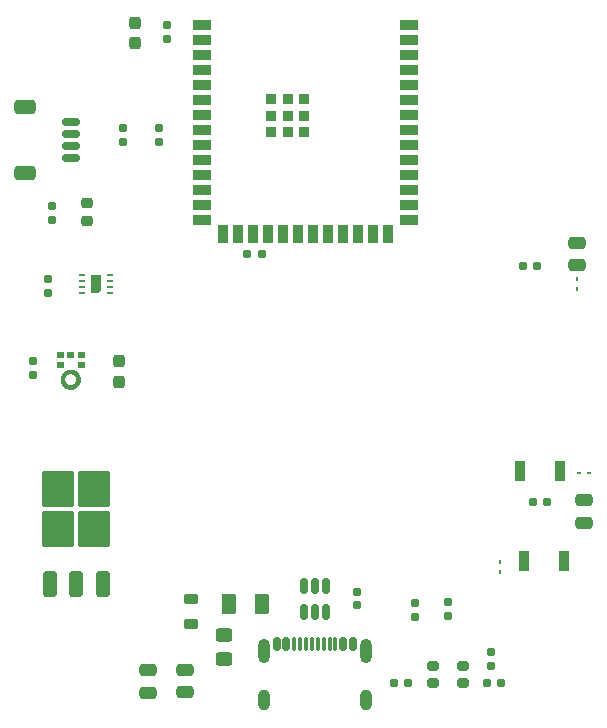
<source format=gbr>
%TF.GenerationSoftware,KiCad,Pcbnew,9.0.4*%
%TF.CreationDate,2025-09-29T13:15:33+05:30*%
%TF.ProjectId,ESP32_Project_1,45535033-325f-4507-926f-6a6563745f31,rev?*%
%TF.SameCoordinates,Original*%
%TF.FileFunction,Paste,Top*%
%TF.FilePolarity,Positive*%
%FSLAX46Y46*%
G04 Gerber Fmt 4.6, Leading zero omitted, Abs format (unit mm)*
G04 Created by KiCad (PCBNEW 9.0.4) date 2025-09-29 13:15:33*
%MOMM*%
%LPD*%
G01*
G04 APERTURE LIST*
G04 Aperture macros list*
%AMRoundRect*
0 Rectangle with rounded corners*
0 $1 Rounding radius*
0 $2 $3 $4 $5 $6 $7 $8 $9 X,Y pos of 4 corners*
0 Add a 4 corners polygon primitive as box body*
4,1,4,$2,$3,$4,$5,$6,$7,$8,$9,$2,$3,0*
0 Add four circle primitives for the rounded corners*
1,1,$1+$1,$2,$3*
1,1,$1+$1,$4,$5*
1,1,$1+$1,$6,$7*
1,1,$1+$1,$8,$9*
0 Add four rect primitives between the rounded corners*
20,1,$1+$1,$2,$3,$4,$5,0*
20,1,$1+$1,$4,$5,$6,$7,0*
20,1,$1+$1,$6,$7,$8,$9,0*
20,1,$1+$1,$8,$9,$2,$3,0*%
%AMFreePoly0*
4,1,6,0.450000,-0.800000,-0.450000,-0.800000,-0.450000,0.530000,-0.180000,0.800000,0.450000,0.800000,0.450000,-0.800000,0.450000,-0.800000,$1*%
G04 Aperture macros list end*
%ADD10C,0.001000*%
%ADD11RoundRect,0.062500X-0.117500X-0.062500X0.117500X-0.062500X0.117500X0.062500X-0.117500X0.062500X0*%
%ADD12RoundRect,0.160000X0.160000X-0.197500X0.160000X0.197500X-0.160000X0.197500X-0.160000X-0.197500X0*%
%ADD13RoundRect,0.062500X-0.062500X0.117500X-0.062500X-0.117500X0.062500X-0.117500X0.062500X0.117500X0*%
%ADD14RoundRect,0.150000X0.150000X-0.512500X0.150000X0.512500X-0.150000X0.512500X-0.150000X-0.512500X0*%
%ADD15RoundRect,0.237500X-0.237500X0.300000X-0.237500X-0.300000X0.237500X-0.300000X0.237500X0.300000X0*%
%ADD16R,0.900000X1.700000*%
%ADD17RoundRect,0.250000X0.475000X-0.250000X0.475000X0.250000X-0.475000X0.250000X-0.475000X-0.250000X0*%
%ADD18RoundRect,0.160000X0.197500X0.160000X-0.197500X0.160000X-0.197500X-0.160000X0.197500X-0.160000X0*%
%ADD19RoundRect,0.160000X-0.160000X0.197500X-0.160000X-0.197500X0.160000X-0.197500X0.160000X0.197500X0*%
%ADD20RoundRect,0.062500X0.062500X-0.117500X0.062500X0.117500X-0.062500X0.117500X-0.062500X-0.117500X0*%
%ADD21RoundRect,0.150000X-0.625000X0.150000X-0.625000X-0.150000X0.625000X-0.150000X0.625000X0.150000X0*%
%ADD22RoundRect,0.250000X-0.650000X0.350000X-0.650000X-0.350000X0.650000X-0.350000X0.650000X0.350000X0*%
%ADD23RoundRect,0.218750X0.256250X-0.218750X0.256250X0.218750X-0.256250X0.218750X-0.256250X-0.218750X0*%
%ADD24RoundRect,0.200000X-0.300000X-0.200000X0.300000X-0.200000X0.300000X0.200000X-0.300000X0.200000X0*%
%ADD25RoundRect,0.250000X0.450000X-0.325000X0.450000X0.325000X-0.450000X0.325000X-0.450000X-0.325000X0*%
%ADD26RoundRect,0.250000X0.375000X0.625000X-0.375000X0.625000X-0.375000X-0.625000X0.375000X-0.625000X0*%
%ADD27R,0.900000X0.900000*%
%ADD28R,1.500000X0.900000*%
%ADD29R,0.900000X1.500000*%
%ADD30FreePoly0,180.000000*%
%ADD31R,0.550000X0.250000*%
%ADD32RoundRect,0.155000X-0.155000X0.212500X-0.155000X-0.212500X0.155000X-0.212500X0.155000X0.212500X0*%
%ADD33RoundRect,0.250000X-0.475000X0.250000X-0.475000X-0.250000X0.475000X-0.250000X0.475000X0.250000X0*%
%ADD34RoundRect,0.160000X-0.197500X-0.160000X0.197500X-0.160000X0.197500X0.160000X-0.197500X0.160000X0*%
%ADD35RoundRect,0.150000X-0.150000X-0.425000X0.150000X-0.425000X0.150000X0.425000X-0.150000X0.425000X0*%
%ADD36RoundRect,0.075000X-0.075000X-0.500000X0.075000X-0.500000X0.075000X0.500000X-0.075000X0.500000X0*%
%ADD37O,1.000000X2.100000*%
%ADD38O,1.000000X1.800000*%
%ADD39RoundRect,0.250000X1.125000X-1.275000X1.125000X1.275000X-1.125000X1.275000X-1.125000X-1.275000X0*%
%ADD40RoundRect,0.250000X0.350000X-0.850000X0.350000X0.850000X-0.350000X0.850000X-0.350000X-0.850000X0*%
%ADD41RoundRect,0.218750X-0.381250X0.218750X-0.381250X-0.218750X0.381250X-0.218750X0.381250X0.218750X0*%
G04 APERTURE END LIST*
D10*
%TO.C,MK1*%
X184450000Y-89739000D02*
X183950000Y-89739000D01*
X183950000Y-89317000D01*
X184450000Y-89317000D01*
X184450000Y-89739000D01*
G36*
X184450000Y-89739000D02*
G01*
X183950000Y-89739000D01*
X183950000Y-89317000D01*
X184450000Y-89317000D01*
X184450000Y-89739000D01*
G37*
X184450000Y-90561000D02*
X183950000Y-90561000D01*
X183950000Y-90139000D01*
X184450000Y-90139000D01*
X184450000Y-90561000D01*
G36*
X184450000Y-90561000D02*
G01*
X183950000Y-90561000D01*
X183950000Y-90139000D01*
X184450000Y-90139000D01*
X184450000Y-90561000D01*
G37*
X185350000Y-89739000D02*
X184850000Y-89739000D01*
X184850000Y-89317000D01*
X185350000Y-89317000D01*
X185350000Y-89739000D01*
G36*
X185350000Y-89739000D02*
G01*
X184850000Y-89739000D01*
X184850000Y-89317000D01*
X185350000Y-89317000D01*
X185350000Y-89739000D01*
G37*
X186250000Y-89739000D02*
X185750000Y-89739000D01*
X185750000Y-89317000D01*
X186250000Y-89317000D01*
X186250000Y-89739000D01*
G36*
X186250000Y-89739000D02*
G01*
X185750000Y-89739000D01*
X185750000Y-89317000D01*
X186250000Y-89317000D01*
X186250000Y-89739000D01*
G37*
X186250000Y-90561000D02*
X185750000Y-90561000D01*
X185750000Y-90139000D01*
X186250000Y-90139000D01*
X186250000Y-90561000D01*
G36*
X186250000Y-90561000D02*
G01*
X185750000Y-90561000D01*
X185750000Y-90139000D01*
X186250000Y-90139000D01*
X186250000Y-90561000D01*
G37*
X184592000Y-91673000D02*
X184596000Y-91697000D01*
X184601000Y-91720000D01*
X184607000Y-91743000D01*
X184614000Y-91765000D01*
X184622000Y-91788000D01*
X184631000Y-91810000D01*
X184641000Y-91831000D01*
X184652000Y-91852000D01*
X184664000Y-91872000D01*
X184677000Y-91892000D01*
X184690000Y-91912000D01*
X184705000Y-91930000D01*
X184721000Y-91948000D01*
X184737000Y-91965000D01*
X184754000Y-91981000D01*
X184772000Y-91997000D01*
X184790000Y-92012000D01*
X184810000Y-92025000D01*
X184830000Y-92038000D01*
X184850000Y-92050000D01*
X184871000Y-92061000D01*
X184892000Y-92071000D01*
X184914000Y-92080000D01*
X184937000Y-92088000D01*
X184959000Y-92095000D01*
X184982000Y-92101000D01*
X185005000Y-92106000D01*
X185029000Y-92110000D01*
X185050000Y-92112000D01*
X185050000Y-92412000D01*
X185011000Y-92409000D01*
X184973000Y-92404000D01*
X184934000Y-92397000D01*
X184896000Y-92389000D01*
X184858000Y-92378000D01*
X184820000Y-92366000D01*
X184784000Y-92351000D01*
X184748000Y-92335000D01*
X184713000Y-92318000D01*
X184679000Y-92298000D01*
X184646000Y-92277000D01*
X184613000Y-92255000D01*
X184582000Y-92230000D01*
X184553000Y-92205000D01*
X184524000Y-92178000D01*
X184497000Y-92149000D01*
X184472000Y-92120000D01*
X184447000Y-92089000D01*
X184425000Y-92056000D01*
X184404000Y-92023000D01*
X184384000Y-91989000D01*
X184367000Y-91954000D01*
X184351000Y-91918000D01*
X184336000Y-91882000D01*
X184324000Y-91844000D01*
X184313000Y-91806000D01*
X184305000Y-91768000D01*
X184298000Y-91729000D01*
X184293000Y-91691000D01*
X184290000Y-91652000D01*
X184590000Y-91652000D01*
X184592000Y-91673000D01*
G36*
X184592000Y-91673000D02*
G01*
X184596000Y-91697000D01*
X184601000Y-91720000D01*
X184607000Y-91743000D01*
X184614000Y-91765000D01*
X184622000Y-91788000D01*
X184631000Y-91810000D01*
X184641000Y-91831000D01*
X184652000Y-91852000D01*
X184664000Y-91872000D01*
X184677000Y-91892000D01*
X184690000Y-91912000D01*
X184705000Y-91930000D01*
X184721000Y-91948000D01*
X184737000Y-91965000D01*
X184754000Y-91981000D01*
X184772000Y-91997000D01*
X184790000Y-92012000D01*
X184810000Y-92025000D01*
X184830000Y-92038000D01*
X184850000Y-92050000D01*
X184871000Y-92061000D01*
X184892000Y-92071000D01*
X184914000Y-92080000D01*
X184937000Y-92088000D01*
X184959000Y-92095000D01*
X184982000Y-92101000D01*
X185005000Y-92106000D01*
X185029000Y-92110000D01*
X185050000Y-92112000D01*
X185050000Y-92412000D01*
X185011000Y-92409000D01*
X184973000Y-92404000D01*
X184934000Y-92397000D01*
X184896000Y-92389000D01*
X184858000Y-92378000D01*
X184820000Y-92366000D01*
X184784000Y-92351000D01*
X184748000Y-92335000D01*
X184713000Y-92318000D01*
X184679000Y-92298000D01*
X184646000Y-92277000D01*
X184613000Y-92255000D01*
X184582000Y-92230000D01*
X184553000Y-92205000D01*
X184524000Y-92178000D01*
X184497000Y-92149000D01*
X184472000Y-92120000D01*
X184447000Y-92089000D01*
X184425000Y-92056000D01*
X184404000Y-92023000D01*
X184384000Y-91989000D01*
X184367000Y-91954000D01*
X184351000Y-91918000D01*
X184336000Y-91882000D01*
X184324000Y-91844000D01*
X184313000Y-91806000D01*
X184305000Y-91768000D01*
X184298000Y-91729000D01*
X184293000Y-91691000D01*
X184290000Y-91652000D01*
X184590000Y-91652000D01*
X184592000Y-91673000D01*
G37*
X185050000Y-91092000D02*
X185029000Y-91094000D01*
X185005000Y-91098000D01*
X184982000Y-91103000D01*
X184959000Y-91109000D01*
X184937000Y-91116000D01*
X184914000Y-91124000D01*
X184892000Y-91133000D01*
X184871000Y-91143000D01*
X184850000Y-91154000D01*
X184830000Y-91166000D01*
X184810000Y-91179000D01*
X184790000Y-91192000D01*
X184772000Y-91207000D01*
X184754000Y-91223000D01*
X184737000Y-91239000D01*
X184721000Y-91256000D01*
X184705000Y-91274000D01*
X184690000Y-91292000D01*
X184677000Y-91312000D01*
X184664000Y-91332000D01*
X184652000Y-91352000D01*
X184641000Y-91373000D01*
X184631000Y-91394000D01*
X184622000Y-91416000D01*
X184614000Y-91439000D01*
X184607000Y-91461000D01*
X184601000Y-91484000D01*
X184596000Y-91507000D01*
X184592000Y-91531000D01*
X184590000Y-91552000D01*
X184290000Y-91552000D01*
X184293000Y-91513000D01*
X184298000Y-91475000D01*
X184305000Y-91436000D01*
X184313000Y-91398000D01*
X184324000Y-91360000D01*
X184336000Y-91322000D01*
X184351000Y-91286000D01*
X184367000Y-91250000D01*
X184384000Y-91215000D01*
X184404000Y-91181000D01*
X184425000Y-91148000D01*
X184447000Y-91115000D01*
X184472000Y-91084000D01*
X184497000Y-91055000D01*
X184524000Y-91026000D01*
X184553000Y-90999000D01*
X184582000Y-90974000D01*
X184613000Y-90949000D01*
X184646000Y-90927000D01*
X184679000Y-90906000D01*
X184713000Y-90886000D01*
X184748000Y-90869000D01*
X184784000Y-90853000D01*
X184820000Y-90838000D01*
X184858000Y-90826000D01*
X184896000Y-90815000D01*
X184934000Y-90807000D01*
X184973000Y-90800000D01*
X185011000Y-90795000D01*
X185050000Y-90792000D01*
X185050000Y-91092000D01*
G36*
X185050000Y-91092000D02*
G01*
X185029000Y-91094000D01*
X185005000Y-91098000D01*
X184982000Y-91103000D01*
X184959000Y-91109000D01*
X184937000Y-91116000D01*
X184914000Y-91124000D01*
X184892000Y-91133000D01*
X184871000Y-91143000D01*
X184850000Y-91154000D01*
X184830000Y-91166000D01*
X184810000Y-91179000D01*
X184790000Y-91192000D01*
X184772000Y-91207000D01*
X184754000Y-91223000D01*
X184737000Y-91239000D01*
X184721000Y-91256000D01*
X184705000Y-91274000D01*
X184690000Y-91292000D01*
X184677000Y-91312000D01*
X184664000Y-91332000D01*
X184652000Y-91352000D01*
X184641000Y-91373000D01*
X184631000Y-91394000D01*
X184622000Y-91416000D01*
X184614000Y-91439000D01*
X184607000Y-91461000D01*
X184601000Y-91484000D01*
X184596000Y-91507000D01*
X184592000Y-91531000D01*
X184590000Y-91552000D01*
X184290000Y-91552000D01*
X184293000Y-91513000D01*
X184298000Y-91475000D01*
X184305000Y-91436000D01*
X184313000Y-91398000D01*
X184324000Y-91360000D01*
X184336000Y-91322000D01*
X184351000Y-91286000D01*
X184367000Y-91250000D01*
X184384000Y-91215000D01*
X184404000Y-91181000D01*
X184425000Y-91148000D01*
X184447000Y-91115000D01*
X184472000Y-91084000D01*
X184497000Y-91055000D01*
X184524000Y-91026000D01*
X184553000Y-90999000D01*
X184582000Y-90974000D01*
X184613000Y-90949000D01*
X184646000Y-90927000D01*
X184679000Y-90906000D01*
X184713000Y-90886000D01*
X184748000Y-90869000D01*
X184784000Y-90853000D01*
X184820000Y-90838000D01*
X184858000Y-90826000D01*
X184896000Y-90815000D01*
X184934000Y-90807000D01*
X184973000Y-90800000D01*
X185011000Y-90795000D01*
X185050000Y-90792000D01*
X185050000Y-91092000D01*
G37*
X185907000Y-91691000D02*
X185902000Y-91729000D01*
X185895000Y-91768000D01*
X185887000Y-91806000D01*
X185876000Y-91844000D01*
X185864000Y-91882000D01*
X185849000Y-91918000D01*
X185833000Y-91954000D01*
X185816000Y-91989000D01*
X185796000Y-92023000D01*
X185775000Y-92056000D01*
X185753000Y-92089000D01*
X185728000Y-92120000D01*
X185703000Y-92149000D01*
X185676000Y-92178000D01*
X185647000Y-92205000D01*
X185618000Y-92230000D01*
X185587000Y-92255000D01*
X185554000Y-92277000D01*
X185521000Y-92298000D01*
X185487000Y-92318000D01*
X185452000Y-92335000D01*
X185416000Y-92351000D01*
X185380000Y-92366000D01*
X185342000Y-92378000D01*
X185304000Y-92389000D01*
X185266000Y-92397000D01*
X185227000Y-92404000D01*
X185189000Y-92409000D01*
X185150000Y-92412000D01*
X185150000Y-92112000D01*
X185171000Y-92110000D01*
X185195000Y-92106000D01*
X185218000Y-92101000D01*
X185241000Y-92095000D01*
X185263000Y-92088000D01*
X185286000Y-92080000D01*
X185308000Y-92071000D01*
X185329000Y-92061000D01*
X185350000Y-92050000D01*
X185370000Y-92038000D01*
X185390000Y-92025000D01*
X185410000Y-92012000D01*
X185428000Y-91997000D01*
X185446000Y-91981000D01*
X185463000Y-91965000D01*
X185479000Y-91948000D01*
X185495000Y-91930000D01*
X185510000Y-91912000D01*
X185523000Y-91892000D01*
X185536000Y-91872000D01*
X185548000Y-91852000D01*
X185559000Y-91831000D01*
X185569000Y-91810000D01*
X185578000Y-91788000D01*
X185586000Y-91765000D01*
X185593000Y-91743000D01*
X185599000Y-91720000D01*
X185604000Y-91697000D01*
X185608000Y-91673000D01*
X185610000Y-91652000D01*
X185910000Y-91652000D01*
X185907000Y-91691000D01*
G36*
X185907000Y-91691000D02*
G01*
X185902000Y-91729000D01*
X185895000Y-91768000D01*
X185887000Y-91806000D01*
X185876000Y-91844000D01*
X185864000Y-91882000D01*
X185849000Y-91918000D01*
X185833000Y-91954000D01*
X185816000Y-91989000D01*
X185796000Y-92023000D01*
X185775000Y-92056000D01*
X185753000Y-92089000D01*
X185728000Y-92120000D01*
X185703000Y-92149000D01*
X185676000Y-92178000D01*
X185647000Y-92205000D01*
X185618000Y-92230000D01*
X185587000Y-92255000D01*
X185554000Y-92277000D01*
X185521000Y-92298000D01*
X185487000Y-92318000D01*
X185452000Y-92335000D01*
X185416000Y-92351000D01*
X185380000Y-92366000D01*
X185342000Y-92378000D01*
X185304000Y-92389000D01*
X185266000Y-92397000D01*
X185227000Y-92404000D01*
X185189000Y-92409000D01*
X185150000Y-92412000D01*
X185150000Y-92112000D01*
X185171000Y-92110000D01*
X185195000Y-92106000D01*
X185218000Y-92101000D01*
X185241000Y-92095000D01*
X185263000Y-92088000D01*
X185286000Y-92080000D01*
X185308000Y-92071000D01*
X185329000Y-92061000D01*
X185350000Y-92050000D01*
X185370000Y-92038000D01*
X185390000Y-92025000D01*
X185410000Y-92012000D01*
X185428000Y-91997000D01*
X185446000Y-91981000D01*
X185463000Y-91965000D01*
X185479000Y-91948000D01*
X185495000Y-91930000D01*
X185510000Y-91912000D01*
X185523000Y-91892000D01*
X185536000Y-91872000D01*
X185548000Y-91852000D01*
X185559000Y-91831000D01*
X185569000Y-91810000D01*
X185578000Y-91788000D01*
X185586000Y-91765000D01*
X185593000Y-91743000D01*
X185599000Y-91720000D01*
X185604000Y-91697000D01*
X185608000Y-91673000D01*
X185610000Y-91652000D01*
X185910000Y-91652000D01*
X185907000Y-91691000D01*
G37*
X185189000Y-90795000D02*
X185227000Y-90800000D01*
X185266000Y-90807000D01*
X185304000Y-90815000D01*
X185342000Y-90826000D01*
X185380000Y-90838000D01*
X185416000Y-90853000D01*
X185452000Y-90869000D01*
X185487000Y-90886000D01*
X185521000Y-90906000D01*
X185554000Y-90927000D01*
X185587000Y-90949000D01*
X185618000Y-90974000D01*
X185647000Y-90999000D01*
X185676000Y-91026000D01*
X185703000Y-91055000D01*
X185728000Y-91084000D01*
X185753000Y-91115000D01*
X185775000Y-91148000D01*
X185796000Y-91181000D01*
X185816000Y-91215000D01*
X185833000Y-91250000D01*
X185849000Y-91286000D01*
X185864000Y-91322000D01*
X185876000Y-91360000D01*
X185887000Y-91398000D01*
X185895000Y-91436000D01*
X185902000Y-91475000D01*
X185907000Y-91513000D01*
X185910000Y-91552000D01*
X185610000Y-91552000D01*
X185608000Y-91531000D01*
X185604000Y-91507000D01*
X185599000Y-91484000D01*
X185593000Y-91461000D01*
X185586000Y-91439000D01*
X185578000Y-91416000D01*
X185569000Y-91394000D01*
X185559000Y-91373000D01*
X185548000Y-91352000D01*
X185536000Y-91332000D01*
X185523000Y-91312000D01*
X185510000Y-91292000D01*
X185495000Y-91274000D01*
X185479000Y-91256000D01*
X185463000Y-91239000D01*
X185446000Y-91223000D01*
X185428000Y-91207000D01*
X185410000Y-91192000D01*
X185390000Y-91179000D01*
X185370000Y-91166000D01*
X185350000Y-91154000D01*
X185329000Y-91143000D01*
X185308000Y-91133000D01*
X185286000Y-91124000D01*
X185263000Y-91116000D01*
X185241000Y-91109000D01*
X185218000Y-91103000D01*
X185195000Y-91098000D01*
X185171000Y-91094000D01*
X185150000Y-91092000D01*
X185150000Y-90792000D01*
X185189000Y-90795000D01*
G36*
X185189000Y-90795000D02*
G01*
X185227000Y-90800000D01*
X185266000Y-90807000D01*
X185304000Y-90815000D01*
X185342000Y-90826000D01*
X185380000Y-90838000D01*
X185416000Y-90853000D01*
X185452000Y-90869000D01*
X185487000Y-90886000D01*
X185521000Y-90906000D01*
X185554000Y-90927000D01*
X185587000Y-90949000D01*
X185618000Y-90974000D01*
X185647000Y-90999000D01*
X185676000Y-91026000D01*
X185703000Y-91055000D01*
X185728000Y-91084000D01*
X185753000Y-91115000D01*
X185775000Y-91148000D01*
X185796000Y-91181000D01*
X185816000Y-91215000D01*
X185833000Y-91250000D01*
X185849000Y-91286000D01*
X185864000Y-91322000D01*
X185876000Y-91360000D01*
X185887000Y-91398000D01*
X185895000Y-91436000D01*
X185902000Y-91475000D01*
X185907000Y-91513000D01*
X185910000Y-91552000D01*
X185610000Y-91552000D01*
X185608000Y-91531000D01*
X185604000Y-91507000D01*
X185599000Y-91484000D01*
X185593000Y-91461000D01*
X185586000Y-91439000D01*
X185578000Y-91416000D01*
X185569000Y-91394000D01*
X185559000Y-91373000D01*
X185548000Y-91352000D01*
X185536000Y-91332000D01*
X185523000Y-91312000D01*
X185510000Y-91292000D01*
X185495000Y-91274000D01*
X185479000Y-91256000D01*
X185463000Y-91239000D01*
X185446000Y-91223000D01*
X185428000Y-91207000D01*
X185410000Y-91192000D01*
X185390000Y-91179000D01*
X185370000Y-91166000D01*
X185350000Y-91154000D01*
X185329000Y-91143000D01*
X185308000Y-91133000D01*
X185286000Y-91124000D01*
X185263000Y-91116000D01*
X185241000Y-91109000D01*
X185218000Y-91103000D01*
X185195000Y-91098000D01*
X185171000Y-91094000D01*
X185150000Y-91092000D01*
X185150000Y-90792000D01*
X185189000Y-90795000D01*
G37*
%TD*%
D11*
%TO.C,D3*%
X229000000Y-99500000D03*
X228160000Y-99500000D03*
%TD*%
D12*
%TO.C,R10*%
X181950000Y-91245000D03*
X181950000Y-90050000D03*
%TD*%
D13*
%TO.C,D4*%
X221500000Y-107920000D03*
X221500000Y-107080000D03*
%TD*%
D14*
%TO.C,U1*%
X204850000Y-111337500D03*
X205800000Y-111337500D03*
X206750000Y-111337500D03*
X206750000Y-109062500D03*
X205800000Y-109062500D03*
X204850000Y-109062500D03*
%TD*%
D15*
%TO.C,C1*%
X190600000Y-61437500D03*
X190600000Y-63162500D03*
%TD*%
D16*
%TO.C,SW1*%
X223200000Y-99400000D03*
X226600000Y-99400000D03*
%TD*%
%TO.C,SW2*%
X226900000Y-107000000D03*
X223500000Y-107000000D03*
%TD*%
D17*
%TO.C,C4*%
X228600000Y-103750000D03*
X228600000Y-101850000D03*
%TD*%
D18*
%TO.C,R6*%
X224597500Y-82000000D03*
X223402500Y-82000000D03*
%TD*%
D12*
%TO.C,R4*%
X214250000Y-111697500D03*
X214250000Y-110502500D03*
%TD*%
D19*
%TO.C,R7*%
X189600000Y-70355000D03*
X189600000Y-71550000D03*
%TD*%
D12*
%TO.C,R5*%
X217100000Y-111645000D03*
X217100000Y-110450000D03*
%TD*%
D20*
%TO.C,D5*%
X228000000Y-83080000D03*
X228000000Y-83920000D03*
%TD*%
D21*
%TO.C,J3*%
X185150000Y-69850000D03*
X185150000Y-70850000D03*
X185150000Y-71850000D03*
X185150000Y-72850000D03*
D22*
X181275000Y-68550000D03*
X181275000Y-74150000D03*
%TD*%
D23*
%TO.C,D2*%
X186500000Y-78237500D03*
X186500000Y-76662500D03*
%TD*%
D15*
%TO.C,C9*%
X189200000Y-90087500D03*
X189200000Y-91812500D03*
%TD*%
D24*
%TO.C,D6*%
X215850000Y-115900000D03*
X215850000Y-117300000D03*
X218350000Y-117300000D03*
X218350000Y-115900000D03*
%TD*%
D12*
%TO.C,R12*%
X220700000Y-115897500D03*
X220700000Y-114702500D03*
%TD*%
D18*
%TO.C,R9*%
X213700000Y-117300000D03*
X212505000Y-117300000D03*
%TD*%
D25*
%TO.C,D1*%
X198150000Y-115275000D03*
X198150000Y-113225000D03*
%TD*%
D26*
%TO.C,F1*%
X201300000Y-110600000D03*
X198500000Y-110600000D03*
%TD*%
D27*
%TO.C,U2*%
X202100000Y-67900000D03*
X202100000Y-69300000D03*
X202100000Y-70700000D03*
X203500000Y-67900000D03*
X203500000Y-69300000D03*
X203500000Y-70700000D03*
X204900000Y-67900000D03*
X204900000Y-69300000D03*
X204900000Y-70700000D03*
D28*
X196250000Y-61580000D03*
X196250000Y-62850000D03*
X196250000Y-64120000D03*
X196250000Y-65390000D03*
X196250000Y-66660000D03*
X196250000Y-67930000D03*
X196250000Y-69200000D03*
X196250000Y-70470000D03*
X196250000Y-71740000D03*
X196250000Y-73010000D03*
X196250000Y-74280000D03*
X196250000Y-75550000D03*
X196250000Y-76820000D03*
X196250000Y-78090000D03*
D29*
X198015000Y-79340000D03*
X199285000Y-79340000D03*
X200555000Y-79340000D03*
X201825000Y-79340000D03*
X203095000Y-79340000D03*
X204365000Y-79340000D03*
X205635000Y-79340000D03*
X206905000Y-79340000D03*
X208175000Y-79340000D03*
X209445000Y-79340000D03*
X210715000Y-79340000D03*
X211985000Y-79340000D03*
D28*
X213750000Y-78090000D03*
X213750000Y-76820000D03*
X213750000Y-75550000D03*
X213750000Y-74280000D03*
X213750000Y-73010000D03*
X213750000Y-71740000D03*
X213750000Y-70470000D03*
X213750000Y-69200000D03*
X213750000Y-67930000D03*
X213750000Y-66660000D03*
X213750000Y-65390000D03*
X213750000Y-64120000D03*
X213750000Y-62850000D03*
X213750000Y-61580000D03*
%TD*%
D30*
%TO.C,U4*%
X187275000Y-83550000D03*
D31*
X188450000Y-84300000D03*
X188450000Y-83800000D03*
X188450000Y-83300000D03*
X188450000Y-82800000D03*
X186100000Y-82800000D03*
X186100000Y-83300000D03*
X186100000Y-83800000D03*
X186100000Y-84300000D03*
%TD*%
D32*
%TO.C,C5*%
X183250000Y-83150000D03*
X183250000Y-84285000D03*
%TD*%
D18*
%TO.C,R2*%
X225500000Y-102000000D03*
X224305000Y-102000000D03*
%TD*%
D32*
%TO.C,C2*%
X193250000Y-61632500D03*
X193250000Y-62767500D03*
%TD*%
D12*
%TO.C,R1*%
X183550000Y-78097500D03*
X183550000Y-76902500D03*
%TD*%
D33*
%TO.C,C7*%
X191650000Y-116250000D03*
X191650000Y-118150000D03*
%TD*%
D32*
%TO.C,C3*%
X209350000Y-109600000D03*
X209350000Y-110735000D03*
%TD*%
D34*
%TO.C,R3*%
X200102500Y-81000000D03*
X201297500Y-81000000D03*
%TD*%
D35*
%TO.C,J1*%
X202600000Y-114000000D03*
X203400000Y-114000000D03*
D36*
X204550000Y-114000000D03*
X205550000Y-114000000D03*
X206050000Y-114000000D03*
X207050000Y-114000000D03*
D35*
X208200000Y-114000000D03*
X209000000Y-114000000D03*
X209000000Y-114000000D03*
X208200000Y-114000000D03*
D36*
X207550000Y-114000000D03*
X206550000Y-114000000D03*
X205050000Y-114000000D03*
X204050000Y-114000000D03*
D35*
X203400000Y-114000000D03*
X202600000Y-114000000D03*
D37*
X201480000Y-114575000D03*
D38*
X201480000Y-118755000D03*
D37*
X210120000Y-114575000D03*
D38*
X210120000Y-118755000D03*
%TD*%
D34*
%TO.C,R11*%
X220405000Y-117350000D03*
X221600000Y-117350000D03*
%TD*%
D33*
%TO.C,C6*%
X194850000Y-116200000D03*
X194850000Y-118100000D03*
%TD*%
D19*
%TO.C,R8*%
X192650000Y-70352500D03*
X192650000Y-71547500D03*
%TD*%
D39*
%TO.C,U3*%
X184097500Y-104275000D03*
X187147500Y-104275000D03*
X184097500Y-100925000D03*
X187147500Y-100925000D03*
D40*
X183342500Y-108900000D03*
X185622500Y-108900000D03*
X187902500Y-108900000D03*
%TD*%
D41*
%TO.C,FB1*%
X195300000Y-110200000D03*
X195300000Y-112325000D03*
%TD*%
D17*
%TO.C,C8*%
X228000000Y-81950000D03*
X228000000Y-80050000D03*
%TD*%
M02*

</source>
